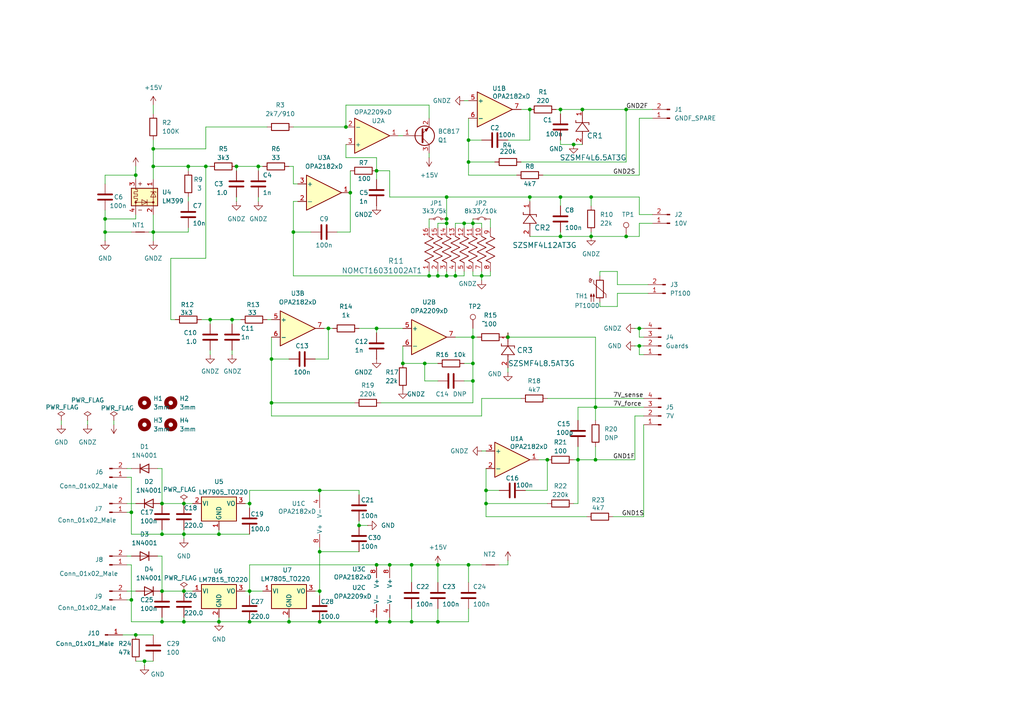
<source format=kicad_sch>
(kicad_sch (version 20250114) (generator "eeschema") (generator_version "9.0")
  (paper "A4")
  (title_block (title "Hobby 10/7Volts reference") (date "2024-02-22") (rev "0.1"))
  (junction (at 140.97 142.24))
  (junction (at 60.96 92.71))
  (junction (at 113.03 163.83))
  (junction (at 92.71 160.02))
  (junction (at 92.71 180.34))
  (junction (at 153.67 57.15))
  (junction (at 113.03 180.34))
  (junction (at 44.45 48.26))
  (junction (at 123.19 105.41))
  (junction (at 134.62 64.77))
  (junction (at 53.34 171.45))
  (junction (at 44.45 43.18))
  (junction (at 181.61 31.75))
  (junction (at 68.58 48.26))
  (junction (at 129.54 80.01))
  (junction (at 38.1 148.59))
  (junction (at 127 80.01))
  (junction (at 167.64 133.35))
  (junction (at 72.39 146.05))
  (junction (at 139.7 80.01))
  (junction (at 119.38 163.83))
  (junction (at 140.97 146.05))
  (junction (at 74.93 48.26))
  (junction (at 53.34 180.34))
  (junction (at 158.75 133.35))
  (junction (at 147.32 97.79))
  (junction (at 127 163.83))
  (junction (at 171.45 57.15))
  (junction (at 172.72 118.11))
  (junction (at 78.74 104.14))
  (junction (at 53.34 146.05))
  (junction (at 132.08 80.01))
  (junction (at 72.39 171.45))
  (junction (at 95.25 95.25))
  (junction (at 39.37 50.8))
  (junction (at 171.45 68.58))
  (junction (at 124.46 80.01))
  (junction (at 116.84 105.41))
  (junction (at 41.91 191.77))
  (junction (at 109.22 49.53))
  (junction (at 46.99 171.45))
  (junction (at 135.89 40.64))
  (junction (at 109.22 163.83))
  (junction (at 172.72 133.35))
  (junction (at 129.54 57.15))
  (junction (at 129.54 64.77))
  (junction (at 101.6 55.88))
  (junction (at 30.48 67.31))
  (junction (at 166.37 41.91))
  (junction (at 109.22 180.34))
  (junction (at 135.89 163.83))
  (junction (at 63.5 180.34))
  (junction (at 44.45 67.31))
  (junction (at 109.22 95.25))
  (junction (at 92.71 171.45))
  (junction (at 137.16 97.79))
  (junction (at 129.54 63.5))
  (junction (at 38.1 173.99))
  (junction (at 63.5 154.94))
  (junction (at 54.61 48.26))
  (junction (at 137.16 110.49))
  (junction (at 185.42 100.33))
  (junction (at 162.56 57.15))
  (junction (at 72.39 180.34))
  (junction (at 137.16 64.77))
  (junction (at 127 180.34))
  (junction (at 39.37 184.15))
  (junction (at 67.31 92.71))
  (junction (at 104.14 152.4))
  (junction (at 46.99 180.34))
  (junction (at 85.09 67.31))
  (junction (at 185.42 95.25))
  (junction (at 78.74 116.84))
  (junction (at 162.56 68.58))
  (junction (at 46.99 154.94))
  (junction (at 119.38 180.34))
  (junction (at 59.69 48.26))
  (junction (at 92.71 142.24))
  (junction (at 46.99 146.05))
  (junction (at 162.56 31.75))
  (junction (at 83.82 180.34))
  (junction (at 181.61 68.58))
  (junction (at 100.33 36.83))
  (junction (at 153.67 31.75))
  (junction (at 168.91 31.75))
  (junction (at 137.16 105.41))
  (junction (at 30.48 63.5))
  (junction (at 135.89 46.99))
  (junction (at 53.34 154.94))
  (wire (pts (xy 147.32 162.56) (xy 147.32 163.83)))
  (wire (pts (xy 85.09 48.26) (xy 85.09 53.34)))
  (wire (pts (xy 83.82 179.07) (xy 83.82 180.34)))
  (wire (pts (xy 53.34 179.07) (xy 53.34 180.34)))
  (wire (pts (xy 46.99 154.94) (xy 53.34 154.94)))
  (wire (pts (xy 127 180.34) (xy 135.89 180.34)))
  (wire (pts (xy 134.62 105.41) (xy 137.16 105.41)))
  (wire (pts (xy 63.5 179.07) (xy 63.5 180.34)))
  (wire (pts (xy 104.14 142.24) (xy 104.14 143.51)))
  (wire (pts (xy 72.39 163.83) (xy 109.22 163.83)))
  (wire (pts (xy 53.34 154.94) (xy 63.5 154.94)))
  (wire (pts (xy 38.1 138.43) (xy 38.1 148.59)))
  (wire (pts (xy 104.14 95.25) (xy 109.22 95.25)))
  (wire (pts (xy 140.97 146.05) (xy 140.97 149.86)))
  (wire (pts (xy 36.83 135.89) (xy 38.1 135.89)))
  (wire (pts (xy 167.64 118.11) (xy 172.72 118.11)))
  (wire (pts (xy 139.7 120.65) (xy 139.7 115.57)))
  (wire (pts (xy 101.6 49.53) (xy 101.6 55.88)))
  (wire (pts (xy 137.16 80.01) (xy 139.7 80.01)))
  (wire (pts (xy 92.71 158.75) (xy 92.71 160.02)))
  (wire (pts (xy 74.93 48.26) (xy 74.93 49.53)))
  (wire (pts (xy 124.46 30.48) (xy 100.33 30.48)))
  (wire (pts (xy 168.91 31.75) (xy 181.61 31.75)))
  (wire (pts (xy 140.97 135.89) (xy 140.97 142.24)))
  (wire (pts (xy 137.16 97.79) (xy 138.43 97.79)))
  (wire (pts (xy 78.74 116.84) (xy 78.74 120.65)))
  (wire (pts (xy 167.64 133.35) (xy 172.72 133.35)))
  (wire (pts (xy 95.25 95.25) (xy 96.52 95.25)))
  (wire (pts (xy 137.16 66.04) (xy 137.16 64.77)))
  (wire (pts (xy 135.89 40.64) (xy 135.89 46.99)))
  (wire (pts (xy 186.69 123.19) (xy 186.69 149.86)))
  (wire (pts (xy 39.37 48.26) (xy 39.37 50.8)))
  (wire (pts (xy 135.89 46.99) (xy 143.51 46.99)))
  (wire (pts (xy 181.61 31.75) (xy 189.23 31.75)))
  (wire (pts (xy 119.38 180.34) (xy 127 180.34)))
  (wire (pts (xy 167.64 133.35) (xy 166.37 133.35)))
  (wire (pts (xy 59.69 48.26) (xy 60.96 48.26)))
  (wire (pts (xy 44.45 43.18) (xy 44.45 48.26)))
  (wire (pts (xy 92.71 160.02) (xy 104.14 160.02)))
  (wire (pts (xy 36.83 138.43) (xy 38.1 138.43)))
  (wire (pts (xy 109.22 49.53) (xy 109.22 52.07)))
  (wire (pts (xy 68.58 48.26) (xy 68.58 49.53)))
  (wire (pts (xy 39.37 191.77) (xy 41.91 191.77)))
  (wire (pts (xy 129.54 78.74) (xy 129.54 80.01)))
  (wire (pts (xy 147.32 97.79) (xy 172.72 97.79)))
  (wire (pts (xy 135.89 34.29) (xy 135.89 40.64)))
  (wire (pts (xy 109.22 49.53) (xy 113.03 49.53)))
  (wire (pts (xy 129.54 64.77) (xy 129.54 66.04)))
  (wire (pts (xy 129.54 57.15) (xy 153.67 57.15)))
  (wire (pts (xy 68.58 48.26) (xy 74.93 48.26)))
  (wire (pts (xy 171.45 57.15) (xy 185.42 57.15)))
  (wire (pts (xy 124.46 44.45) (xy 124.46 45.72)))
  (wire (pts (xy 46.99 146.05) (xy 53.34 146.05)))
  (wire (pts (xy 124.46 34.29) (xy 124.46 30.48)))
  (wire (pts (xy 92.71 171.45) (xy 92.71 172.72)))
  (wire (pts (xy 132.08 97.79) (xy 137.16 97.79)))
  (wire (pts (xy 113.03 163.83) (xy 119.38 163.83)))
  (wire (pts (xy 67.31 92.71) (xy 67.31 93.98)))
  (wire (pts (xy 95.25 95.25) (xy 95.25 104.14)))
  (wire (pts (xy 184.15 95.25) (xy 185.42 95.25)))
  (wire (pts (xy 139.7 64.77) (xy 139.7 66.04)))
  (wire (pts (xy 173.99 80.01) (xy 173.99 78.74)))
  (wire (pts (xy 109.22 179.07) (xy 109.22 180.34)))
  (wire (pts (xy 41.91 191.77) (xy 44.45 191.77)))
  (wire (pts (xy 54.61 48.26) (xy 44.45 48.26)))
  (wire (pts (xy 161.29 31.75) (xy 162.56 31.75)))
  (wire (pts (xy 132.08 80.01) (xy 134.62 80.01)))
  (wire (pts (xy 39.37 62.23) (xy 39.37 63.5)))
  (wire (pts (xy 38.1 173.99) (xy 38.1 180.34)))
  (wire (pts (xy 134.62 64.77) (xy 134.62 66.04)))
  (wire (pts (xy 45.72 135.89) (xy 46.99 135.89)))
  (wire (pts (xy 85.09 53.34) (xy 86.36 53.34)))
  (wire (pts (xy 72.39 146.05) (xy 72.39 142.24)))
  (wire (pts (xy 86.36 58.42) (xy 85.09 58.42)))
  (wire (pts (xy 38.1 180.34) (xy 46.99 180.34)))
  (wire (pts (xy 53.34 146.05) (xy 55.88 146.05)))
  (wire (pts (xy 173.99 78.74) (xy 179.07 78.74)))
  (wire (pts (xy 184.15 120.65) (xy 186.69 120.65)))
  (wire (pts (xy 137.16 95.25) (xy 137.16 97.79)))
  (wire (pts (xy 139.7 130.81) (xy 140.97 130.81)))
  (wire (pts (xy 147.32 96.52) (xy 147.32 97.79)))
  (wire (pts (xy 127 163.83) (xy 135.89 163.83)))
  (wire (pts (xy 135.89 50.8) (xy 135.89 46.99)))
  (wire (pts (xy 109.22 163.83) (xy 113.03 163.83)))
  (wire (pts (xy 129.54 64.77) (xy 127 64.77)))
  (wire (pts (xy 134.62 110.49) (xy 137.16 110.49)))
  (wire (pts (xy 187.96 82.55) (xy 179.07 82.55)))
  (wire (pts (xy 104.14 152.4) (xy 106.68 152.4)))
  (wire (pts (xy 137.16 110.49) (xy 137.16 116.84)))
  (wire (pts (xy 153.67 57.15) (xy 162.56 57.15)))
  (wire (pts (xy 78.74 120.65) (xy 139.7 120.65)))
  (wire (pts (xy 167.64 129.54) (xy 167.64 133.35)))
  (wire (pts (xy 78.74 97.79) (xy 78.74 104.14)))
  (wire (pts (xy 53.34 171.45) (xy 55.88 171.45)))
  (wire (pts (xy 137.16 78.74) (xy 137.16 80.01)))
  (wire (pts (xy 92.71 160.02) (xy 92.71 171.45)))
  (wire (pts (xy 46.99 180.34) (xy 46.99 179.07)))
  (wire (pts (xy 59.69 36.83) (xy 59.69 43.18)))
  (wire (pts (xy 44.45 40.64) (xy 44.45 43.18)))
  (wire (pts (xy 172.72 118.11) (xy 186.69 118.11)))
  (wire (pts (xy 144.78 142.24) (xy 140.97 142.24)))
  (wire (pts (xy 172.72 133.35) (xy 184.15 133.35)))
  (wire (pts (xy 139.7 80.01) (xy 142.24 80.01)))
  (wire (pts (xy 71.12 146.05) (xy 72.39 146.05)))
  (wire (pts (xy 162.56 40.64) (xy 162.56 41.91)))
  (wire (pts (xy 185.42 68.58) (xy 181.61 68.58)))
  (wire (pts (xy 30.48 67.31) (xy 38.1 67.31)))
  (wire (pts (xy 168.91 41.91) (xy 166.37 41.91)))
  (wire (pts (xy 162.56 68.58) (xy 171.45 68.58)))
  (wire (pts (xy 46.99 135.89) (xy 46.99 146.05)))
  (wire (pts (xy 68.58 57.15) (xy 68.58 58.42)))
  (wire (pts (xy 85.09 58.42) (xy 85.09 67.31)))
  (wire (pts (xy 72.39 171.45) (xy 76.2 171.45)))
  (wire (pts (xy 92.71 143.51) (xy 92.71 142.24)))
  (wire (pts (xy 36.83 173.99) (xy 38.1 173.99)))
  (wire (pts (xy 49.53 74.93) (xy 59.69 74.93)))
  (wire (pts (xy 41.91 191.77) (xy 41.91 193.04)))
  (wire (pts (xy 109.22 95.25) (xy 116.84 95.25)))
  (wire (pts (xy 30.48 60.96) (xy 30.48 63.5)))
  (wire (pts (xy 67.31 92.71) (xy 69.85 92.71)))
  (wire (pts (xy 115.57 39.37) (xy 116.84 39.37)))
  (wire (pts (xy 167.64 133.35) (xy 167.64 146.05)))
  (wire (pts (xy 134.62 29.21) (xy 135.89 29.21)))
  (wire (pts (xy 185.42 57.15) (xy 185.42 62.23)))
  (wire (pts (xy 45.72 161.29) (xy 46.99 161.29)))
  (wire (pts (xy 77.47 36.83) (xy 59.69 36.83)))
  (wire (pts (xy 157.48 50.8) (xy 185.42 50.8)))
  (wire (pts (xy 53.34 153.67) (xy 53.34 154.94)))
  (wire (pts (xy 63.5 153.67) (xy 63.5 154.94)))
  (wire (pts (xy 38.1 154.94) (xy 46.99 154.94)))
  (wire (pts (xy 127 110.49) (xy 123.19 110.49)))
  (wire (pts (xy 162.56 31.75) (xy 168.91 31.75)))
  (wire (pts (xy 83.82 48.26) (xy 85.09 48.26)))
  (wire (pts (xy 39.37 52.07) (xy 39.37 50.8)))
  (wire (pts (xy 139.7 40.64) (xy 135.89 40.64)))
  (wire (pts (xy 162.56 67.31) (xy 162.56 68.58)))
  (wire (pts (xy 46.99 180.34) (xy 53.34 180.34)))
  (wire (pts (xy 60.96 92.71) (xy 67.31 92.71)))
  (wire (pts (xy 43.18 67.31) (xy 44.45 67.31)))
  (wire (pts (xy 59.69 74.93) (xy 59.69 48.26)))
  (wire (pts (xy 110.49 116.84) (xy 137.16 116.84)))
  (wire (pts (xy 167.64 121.92) (xy 167.64 118.11)))
  (wire (pts (xy 135.89 163.83) (xy 139.7 163.83)))
  (wire (pts (xy 104.14 151.13) (xy 104.14 152.4)))
  (wire (pts (xy 30.48 50.8) (xy 30.48 53.34)))
  (wire (pts (xy 101.6 67.31) (xy 101.6 55.88)))
  (wire (pts (xy 78.74 104.14) (xy 78.74 116.84)))
  (wire (pts (xy 39.37 50.8) (xy 30.48 50.8)))
  (wire (pts (xy 74.93 48.26) (xy 76.2 48.26)))
  (wire (pts (xy 139.7 78.74) (xy 139.7 80.01)))
  (wire (pts (xy 179.07 78.74) (xy 179.07 82.55)))
  (wire (pts (xy 185.42 64.77) (xy 189.23 64.77)))
  (wire (pts (xy 129.54 80.01) (xy 132.08 80.01)))
  (wire (pts (xy 137.16 97.79) (xy 137.16 105.41)))
  (wire (pts (xy 60.96 102.87) (xy 60.96 101.6)))
  (wire (pts (xy 36.83 161.29) (xy 38.1 161.29)))
  (wire (pts (xy 171.45 57.15) (xy 171.45 59.69)))
  (wire (pts (xy 158.75 115.57) (xy 186.69 115.57)))
  (wire (pts (xy 97.79 67.31) (xy 101.6 67.31)))
  (wire (pts (xy 44.45 67.31) (xy 44.45 69.85)))
  (wire (pts (xy 172.72 97.79) (xy 172.72 118.11)))
  (wire (pts (xy 44.45 48.26) (xy 44.45 52.07)))
  (wire (pts (xy 134.62 64.77) (xy 137.16 64.77)))
  (wire (pts (xy 72.39 171.45) (xy 72.39 163.83)))
  (wire (pts (xy 123.19 105.41) (xy 123.19 110.49)))
  (wire (pts (xy 184.15 100.33) (xy 185.42 100.33)))
  (wire (pts (xy 63.5 180.34) (xy 72.39 180.34)))
  (wire (pts (xy 139.7 115.57) (xy 151.13 115.57)))
  (wire (pts (xy 85.09 67.31) (xy 90.17 67.31)))
  (wire (pts (xy 17.78 121.92) (xy 17.78 123.19)))
  (wire (pts (xy 95.25 104.14) (xy 91.44 104.14)))
  (wire (pts (xy 153.67 68.58) (xy 162.56 68.58)))
  (wire (pts (xy 147.32 106.68) (xy 147.32 107.95)))
  (wire (pts (xy 92.71 142.24) (xy 104.14 142.24)))
  (wire (pts (xy 123.19 105.41) (xy 127 105.41)))
  (wire (pts (xy 36.83 171.45) (xy 39.37 171.45)))
  (wire (pts (xy 171.45 67.31) (xy 171.45 68.58)))
  (wire (pts (xy 179.07 88.9) (xy 179.07 85.09)))
  (wire (pts (xy 127 176.53) (xy 127 180.34)))
  (wire (pts (xy 147.32 40.64) (xy 153.67 40.64)))
  (wire (pts (xy 185.42 100.33) (xy 185.42 102.87)))
  (wire (pts (xy 77.47 92.71) (xy 78.74 92.71)))
  (wire (pts (xy 109.22 180.34) (xy 113.03 180.34)))
  (wire (pts (xy 119.38 176.53) (xy 119.38 180.34)))
  (wire (pts (xy 109.22 45.72) (xy 109.22 49.53)))
  (wire (pts (xy 124.46 63.5) (xy 124.46 66.04)))
  (wire (pts (xy 36.83 146.05) (xy 39.37 146.05)))
  (wire (pts (xy 85.09 36.83) (xy 100.33 36.83)))
  (wire (pts (xy 152.4 142.24) (xy 158.75 142.24)))
  (wire (pts (xy 132.08 64.77) (xy 134.62 64.77)))
  (wire (pts (xy 170.18 149.86) (xy 140.97 149.86)))
  (wire (pts (xy 35.56 184.15) (xy 39.37 184.15)))
  (wire (pts (xy 36.83 163.83) (xy 38.1 163.83)))
  (wire (pts (xy 63.5 154.94) (xy 72.39 154.94)))
  (wire (pts (xy 53.34 154.94) (xy 53.34 156.21)))
  (wire (pts (xy 72.39 180.34) (xy 83.82 180.34)))
  (wire (pts (xy 186.69 95.25) (xy 185.42 95.25)))
  (wire (pts (xy 129.54 57.15) (xy 129.54 63.5)))
  (wire (pts (xy 72.39 142.24) (xy 92.71 142.24)))
  (wire (pts (xy 113.03 57.15) (xy 129.54 57.15)))
  (wire (pts (xy 58.42 92.71) (xy 60.96 92.71)))
  (wire (pts (xy 67.31 101.6) (xy 67.31 102.87)))
  (wire (pts (xy 92.71 180.34) (xy 109.22 180.34)))
  (wire (pts (xy 158.75 146.05) (xy 140.97 146.05)))
  (wire (pts (xy 132.08 78.74) (xy 132.08 80.01)))
  (wire (pts (xy 137.16 64.77) (xy 139.7 64.77)))
  (wire (pts (xy 185.42 34.29) (xy 185.42 50.8)))
  (wire (pts (xy 172.72 129.54) (xy 172.72 133.35)))
  (wire (pts (xy 74.93 57.15) (xy 74.93 58.42)))
  (wire (pts (xy 93.98 95.25) (xy 95.25 95.25)))
  (wire (pts (xy 116.84 105.41) (xy 123.19 105.41)))
  (wire (pts (xy 38.1 163.83) (xy 38.1 173.99)))
  (wire (pts (xy 185.42 64.77) (xy 185.42 68.58)))
  (wire (pts (xy 135.89 176.53) (xy 135.89 180.34)))
  (wire (pts (xy 173.99 87.63) (xy 173.99 88.9)))
  (wire (pts (xy 49.53 92.71) (xy 50.8 92.71)))
  (wire (pts (xy 142.24 63.5) (xy 142.24 66.04)))
  (wire (pts (xy 162.56 57.15) (xy 171.45 57.15)))
  (wire (pts (xy 30.48 63.5) (xy 30.48 67.31)))
  (wire (pts (xy 39.37 184.15) (xy 44.45 184.15)))
  (wire (pts (xy 129.54 63.5) (xy 129.54 64.77)))
  (wire (pts (xy 92.71 171.45) (xy 91.44 171.45)))
  (wire (pts (xy 172.72 121.92) (xy 172.72 118.11)))
  (wire (pts (xy 167.64 146.05) (xy 166.37 146.05)))
  (wire (pts (xy 139.7 80.01) (xy 139.7 81.28)))
  (wire (pts (xy 162.56 57.15) (xy 162.56 59.69)))
  (wire (pts (xy 54.61 48.26) (xy 59.69 48.26)))
  (wire (pts (xy 144.78 163.83) (xy 147.32 163.83)))
  (wire (pts (xy 179.07 85.09) (xy 187.96 85.09)))
  (wire (pts (xy 158.75 142.24) (xy 158.75 133.35)))
  (wire (pts (xy 72.39 171.45) (xy 72.39 172.72)))
  (wire (pts (xy 135.89 163.83) (xy 135.89 168.91)))
  (wire (pts (xy 124.46 80.01) (xy 127 80.01)))
  (wire (pts (xy 83.82 180.34) (xy 92.71 180.34)))
  (wire (pts (xy 173.99 88.9) (xy 179.07 88.9)))
  (wire (pts (xy 162.56 31.75) (xy 162.56 33.02)))
  (wire (pts (xy 151.13 31.75) (xy 153.67 31.75)))
  (wire (pts (xy 85.09 67.31) (xy 85.09 80.01)))
  (wire (pts (xy 25.4 121.92) (xy 25.4 123.19)))
  (wire (pts (xy 54.61 67.31) (xy 54.61 66.04)))
  (wire (pts (xy 149.86 50.8) (xy 135.89 50.8)))
  (wire (pts (xy 181.61 68.58) (xy 171.45 68.58)))
  (wire (pts (xy 127 163.83) (xy 127 168.91)))
  (wire (pts (xy 72.39 146.05) (xy 72.39 147.32)))
  (wire (pts (xy 33.02 121.92) (xy 33.02 123.19)))
  (wire (pts (xy 109.22 95.25) (xy 109.22 96.52)))
  (wire (pts (xy 153.67 57.15) (xy 153.67 58.42)))
  (wire (pts (xy 127 163.83) (xy 119.38 163.83)))
  (wire (pts (xy 54.61 57.15) (xy 54.61 58.42)))
  (wire (pts (xy 127 80.01) (xy 129.54 80.01)))
  (wire (pts (xy 189.23 62.23) (xy 185.42 62.23)))
  (wire (pts (xy 153.67 40.64) (xy 153.67 31.75)))
  (wire (pts (xy 185.42 95.25) (xy 185.42 97.79)))
  (wire (pts (xy 185.42 34.29) (xy 189.23 34.29)))
  (wire (pts (xy 46.99 161.29) (xy 46.99 171.45)))
  (wire (pts (xy 60.96 92.71) (xy 60.96 93.98)))
  (wire (pts (xy 44.45 62.23) (xy 44.45 67.31)))
  (wire (pts (xy 59.69 43.18) (xy 44.45 43.18)))
  (wire (pts (xy 127 78.74) (xy 127 80.01)))
  (wire (pts (xy 85.09 80.01) (xy 124.46 80.01)))
  (wire (pts (xy 132.08 66.04) (xy 132.08 64.77)))
  (wire (pts (xy 113.03 180.34) (xy 119.38 180.34)))
  (wire (pts (xy 100.33 41.91) (xy 100.33 45.72)))
  (wire (pts (xy 78.74 104.14) (xy 83.82 104.14)))
  (wire (pts (xy 137.16 63.5) (xy 137.16 64.77)))
  (wire (pts (xy 54.61 48.26) (xy 54.61 49.53)))
  (wire (pts (xy 185.42 97.79) (xy 186.69 97.79)))
  (wire (pts (xy 127 66.04) (xy 127 64.77)))
  (wire (pts (xy 44.45 67.31) (xy 54.61 67.31)))
  (wire (pts (xy 134.62 78.74) (xy 134.62 80.01)))
  (wire (pts (xy 100.33 45.72) (xy 109.22 45.72)))
  (wire (pts (xy 38.1 148.59) (xy 38.1 154.94)))
  (wire (pts (xy 156.21 133.35) (xy 158.75 133.35)))
  (wire (pts (xy 137.16 105.41) (xy 137.16 110.49)))
  (wire (pts (xy 30.48 67.31) (xy 30.48 69.85)))
  (wire (pts (xy 181.61 31.75) (xy 181.61 46.99)))
  (wire (pts (xy 162.56 41.91) (xy 166.37 41.91)))
  (wire (pts (xy 71.12 171.45) (xy 72.39 171.45)))
  (wire (pts (xy 146.05 97.79) (xy 147.32 97.79)))
  (wire (pts (xy 100.33 30.48) (xy 100.33 36.83)))
  (wire (pts (xy 185.42 102.87) (xy 186.69 102.87)))
  (wire (pts (xy 186.69 149.86) (xy 177.8 149.86)))
  (wire (pts (xy 78.74 116.84) (xy 102.87 116.84)))
  (wire (pts (xy 46.99 154.94) (xy 46.99 153.67)))
  (wire (pts (xy 36.83 148.59) (xy 38.1 148.59)))
  (wire (pts (xy 184.15 133.35) (xy 184.15 120.65)))
  (wire (pts (xy 46.99 171.45) (xy 53.34 171.45)))
  (wire (pts (xy 49.53 92.71) (xy 49.53 74.93)))
  (wire (pts (xy 53.34 180.34) (xy 63.5 180.34)))
  (wire (pts (xy 116.84 100.33) (xy 116.84 105.41)))
  (wire (pts (xy 113.03 179.07) (xy 113.03 180.34)))
  (wire (pts (xy 119.38 163.83) (xy 119.38 168.91)))
  (wire (pts (xy 186.69 100.33) (xy 185.42 100.33)))
  (wire (pts (xy 142.24 78.74) (xy 142.24 80.01)))
  (wire (pts (xy 30.48 63.5) (xy 39.37 63.5)))
  (wire (pts (xy 151.13 46.99) (xy 181.61 46.99)))
  (wire (pts (xy 113.03 49.53) (xy 113.03 57.15)))
  (wire (pts (xy 140.97 146.05) (xy 140.97 142.24)))
  (wire (pts (xy 124.46 78.74) (xy 124.46 80.01)))
  (wire (pts (xy 44.45 30.48) (xy 44.45 33.02)))
  (label "7V_force" (at 177.8 118.11 0))
  (label "7V_sense" (at 177.8 115.57 0))
  (label "GND1S" (at 180.34 149.86 0))
  (label "GND2S" (at 177.8 50.8 0))
  (label "GND1F" (at 177.8 133.35 0))
  (label "GND2F" (at 181.61 31.75 0))
  (symbol (lib_id "Regulator_Linear:LM7905_TO220") (at 63.5 146.05 0) (mirror x) (unit 1)
    (property "Reference" "U5" (at 63.5 139.7 0))
    (property "Value" "LM7905_TO220" (at 64.77 142.748 0))
    (property "Footprint" "Package_TO_SOT_THT:TO-220-3_Vertical" (effects (hide yes)))
    (property "Datasheet" "https://www.onsemi.com/pub/Collateral/MC7900-D.PDF" (effects (hide yes)))
    (property "Description" "Negative 1A 35V Linear Regulator, Fixed Output 5V, TO-220" (effects (hide yes)))
  )
  (symbol (lib_id "Jumper:Jumper_2_Small_Bridged") (at 139.7 63.5 0) (unit 1)
    (property "Reference" "JP2" (at 139.446 58.928 0))
    (property "Value" "8k33/10k" (at 139.446 61.214 0))
    (property "Footprint" "Jumper:SolderJumper-2_P1.3mm_Bridged2Bar_RoundedPad1.0x1.5mm" (effects (hide yes)))
    (property "Description" "Jumper, 2-pole, small symbol, bridged" (effects (hide yes)))
  )
  (symbol (lib_id "Connector:Conn_01x02_Male") (at 31.75 173.99 0) (mirror x) (unit 1)
    (property "Reference" "J9" (at 29.718 172.974 0) (effects (justify right)))
    (property "Value" "Conn_01x02_Male" (at 33.782 176.276 0) (effects (justify right)))
    (property "Footprint" "Connector_PinHeader_2.54mm:PinHeader_1x02_P2.54mm_Horizontal" (effects (hide yes)))
  )
  (symbol (lib_id "Diode:1N4001") (at 43.18 146.05 0) (unit 1)
    (property "Reference" "D2" (at 43.18 139.7 0))
    (property "Value" "1N4001" (at 43.18 142.24 0))
    (property "Footprint" "Diode_THT:D_DO-41_SOD81_P10.16mm_Horizontal" (effects (hide yes)))
    (property "Datasheet" "http://www.vishay.com/docs/88503/1n4001.pdf" (effects (hide yes)))
    (property "Description" "50V 1A General Purpose Rectifier Diode, DO-41" (effects (hide yes)))
    (property "Sim.Device" "D" (effects (hide yes)))
    (property "Sim.Pins" "1=K 2=A" (effects (hide yes)))
  )
  (symbol (lib_id "power:GND2") (at 134.62 29.21 270) (unit 1)
    (property "Reference" "#PWR01" (effects (hide yes)))
    (property "Value" "GNDZ" (at 130.81 29.2099 90) (effects (justify right)))
    (property "Description" "Power symbol creates a global label with name \"GND2\" , ground" (effects (hide yes)))
  )
  (symbol (lib_id "NOMC:NOMCT16031002AT1") (at 124.46 78.74 90) (unit 1)
    (property "Reference" "R11" (at 112.522 75.692 90) (effects (font (size 1.524 1.524)) (justify right)))
    (property "Value" "NOMCT16031002AT1" (at 99.06 78.486 90) (effects (font (size 1.524 1.524)) (justify right)))
    (property "Footprint" "Package_SO:SOIC-16_3.9x9.9mm_P1.27mm" (effects (hide yes)))
    (property "Datasheet" "NOMCT16031002AT1" (effects (hide yes)))
  )
  (symbol (lib_id "Device:R") (at 157.48 31.75 90) (unit 1)
    (property "Reference" "R1" (at 157.48 26.67 90))
    (property "Value" "220" (at 157.48 29.21 90))
    (property "Footprint" "Resistor_SMD:R_0805_2012Metric_Pad1.20x1.40mm_HandSolder" (effects (hide yes)))
    (property "Description" "Resistor" (effects (hide yes)))
  )
  (symbol (lib_id "power:GND") (at 17.78 123.19 0) (unit 1)
    (property "Reference" "#PWR024" (effects (hide yes)))
    (property "Value" "GND" (at 17.78 128.27 0))
    (property "Description" "Power symbol creates a global label with name \"GND\" , ground" (effects (hide yes)))
  )
  (symbol (lib_id "Amplifier_Operational:OPA2196xD") (at 92.71 151.13 180) (unit 3)
    (property "Reference" "U1" (at 88.646 146.05 0) (effects (justify left)))
    (property "Value" "OPA2182xD" (at 91.694 148.336 0) (effects (justify left)))
    (property "Footprint" "Package_SO:SOIC-8_3.9x4.9mm_P1.27mm" (effects (hide yes)))
    (property "Datasheet" "http://www.ti.com/lit/ds/symlink/opa4196.pdf" (effects (hide yes)))
    (property "Description" "Dual, Low-Power, Low Offset Voltage, Rail-to-Rail Operational Amplifier, SOIC-8" (effects (hide yes)))
  )
  (symbol (lib_id "power:+15V") (at 127 163.83 0) (unit 1)
    (property "Reference" "#PWR021" (effects (hide yes)))
    (property "Value" "+15V" (at 127 158.75 0))
    (property "Description" "Power symbol creates a global label with name \"+15V\"" (effects (hide yes)))
  )
  (symbol (lib_id "Amplifier_Operational:OPA2196xD") (at 107.95 39.37 0) (mirror x) (unit 1)
    (property "Reference" "U2" (at 109.728 35.052 0))
    (property "Value" "OPA2209xD" (at 108.204 32.512 0))
    (property "Footprint" "Package_SO:SOIC-8_3.9x4.9mm_P1.27mm" (effects (hide yes)))
    (property "Datasheet" "http://www.ti.com/lit/ds/symlink/opa4196.pdf" (effects (hide yes)))
    (property "Description" "Dual, Low-Power, Low Offset Voltage, Rail-to-Rail Operational Amplifier, SOIC-8" (effects (hide yes)))
  )
  (symbol (lib_id "Device:C") (at 72.39 151.13 0) (unit 1)
    (property "Reference" "C19" (at 72.644 149.098 0) (effects (justify left)))
    (property "Value" "100.0" (at 72.644 153.416 0) (effects (justify left)))
    (property "Footprint" "Capacitor_Tantalum_SMD:CP_EIA-3528-12_Kemet-T_HandSolder" (effects (hide yes)))
    (property "Description" "Unpolarized capacitor" (effects (hide yes)))
  )
  (symbol (lib_id "power:PWR_FLAG") (at 33.02 121.92 0) (unit 1)
    (property "Reference" "#FLG05" (effects (hide yes)))
    (property "Value" "PWR_FLAG" (at 34.036 118.364 0))
    (property "Description" "Special symbol for telling ERC where power comes from" (effects (hide yes)))
  )
  (symbol (lib_id "Connector:Conn_01x04_Pin") (at 191.77 100.33 180) (unit 1)
    (property "Reference" "J4" (at 193.04 97.7899 0) (effects (justify right)))
    (property "Value" "Guards" (at 193.04 100.3299 0) (effects (justify right)))
    (property "Footprint" "Connector_PinHeader_2.54mm:PinHeader_2x02_P2.54mm_Vertical" (effects (hide yes)))
    (property "Description" "Generic connector, single row, 01x04, script generated" (effects (hide yes)))
  )
  (symbol (lib_id "Device:R") (at 172.72 125.73 0) (unit 1)
    (property "Reference" "R20" (at 175.26 124.4599 0) (effects (justify left)))
    (property "Value" "DNP" (at 175.26 126.9999 0) (effects (justify left)))
    (property "Footprint" "Resistor_SMD:R_0805_2012Metric_Pad1.20x1.40mm_HandSolder" (effects (hide yes)))
    (property "Description" "Resistor" (effects (hide yes)))
  )
  (symbol (lib_id "power:PWR_FLAG") (at 25.4 121.92 0) (unit 1)
    (property "Reference" "#FLG02" (effects (hide yes)))
    (property "Value" "PWR_FLAG" (at 25.4 116.078 0))
    (property "Description" "Special symbol for telling ERC where power comes from" (effects (hide yes)))
  )
  (symbol (lib_id "Device:NetTie_2") (at 142.24 163.83 0) (unit 1) (in_bom no)
    (property "Reference" "NT2" (at 141.986 160.782 0))
    (property "Value" "NetTie_2" (effects (hide yes)))
    (property "Footprint" "NetTie:NetTie-2_SMD_Pad2.0mm" (effects (hide yes)))
    (property "Description" "Net tie, 2 pins" (effects (hide yes)))
  )
  (symbol (lib_id "Device:R") (at 73.66 92.71 90) (unit 1)
    (property "Reference" "R13" (at 73.406 88.392 90))
    (property "Value" "33" (at 73.152 90.678 90))
    (property "Footprint" "Resistor_SMD:R_0805_2012Metric_Pad1.20x1.40mm_HandSolder" (effects (hide yes)))
    (property "Description" "Resistor" (effects (hide yes)))
  )
  (symbol (lib_id "Device:C") (at 109.22 100.33 0) (unit 1)
    (property "Reference" "C12" (at 102.87 99.06 0) (effects (justify left)))
    (property "Value" "1n" (at 102.87 101.6 0) (effects (justify left)))
    (property "Footprint" "Capacitor_SMD:C_0805_2012Metric_Pad1.18x1.45mm_HandSolder" (effects (hide yes)))
    (property "Description" "Unpolarized capacitor" (effects (hide yes)))
  )
  (symbol (lib_id "Diode:1N4001") (at 41.91 161.29 180) (unit 1)
    (property "Reference" "D3" (at 41.91 154.94 0))
    (property "Value" "1N4001" (at 41.91 157.48 0))
    (property "Footprint" "Diode_THT:D_DO-41_SOD81_P10.16mm_Horizontal" (effects (hide yes)))
    (property "Datasheet" "http://www.vishay.com/docs/88503/1n4001.pdf" (effects (hide yes)))
    (property "Description" "50V 1A General Purpose Rectifier Diode, DO-41" (effects (hide yes)))
    (property "Sim.Device" "D" (effects (hide yes)))
    (property "Sim.Pins" "1=K 2=A" (effects (hide yes)))
  )
  (symbol (lib_id "Device:R") (at 54.61 53.34 0) (unit 1)
    (property "Reference" "R9" (at 56.134 52.07 0) (effects (justify left)))
    (property "Value" "3" (at 57.15 54.6099 0) (effects (justify left)))
    (property "Footprint" "Resistor_SMD:R_0805_2012Metric_Pad1.20x1.40mm_HandSolder" (effects (hide yes)))
    (property "Description" "Resistor" (effects (hide yes)))
  )
  (symbol (lib_id "Device:R") (at 116.84 109.22 0) (unit 1)
    (property "Reference" "R17" (at 111.76 107.95 0) (effects (justify left)))
    (property "Value" "22k" (at 111.76 110.49 0) (effects (justify left)))
    (property "Footprint" "Resistor_SMD:R_0805_2012Metric_Pad1.20x1.40mm_HandSolder" (effects (hide yes)))
    (property "Description" "Resistor" (effects (hide yes)))
  )
  (symbol (lib_id "Connector:Conn_01x02_Male") (at 31.75 148.59 0) (mirror x) (unit 1)
    (property "Reference" "J7" (at 29.718 147.574 0) (effects (justify right)))
    (property "Value" "Conn_01x02_Male" (at 33.782 150.876 0) (effects (justify right)))
    (property "Footprint" "Connector_PinHeader_2.54mm:PinHeader_1x02_P2.54mm_Horizontal" (effects (hide yes)))
  )
  (symbol (lib_id "power:+24V") (at 147.32 162.56 0) (unit 1)
    (property "Reference" "#PWR022" (effects (hide yes)))
    (property "Value" "+24V" (effects (hide yes)))
    (property "Description" "Power symbol creates a global label with name \"+24V\"" (effects (hide yes)))
  )
  (symbol (lib_id "Connector:Conn_01x02_Male") (at 194.31 34.29 180) (unit 1)
    (property "Reference" "J1" (at 195.58 31.7499 0) (effects (justify right)))
    (property "Value" "GNDF_SPARE" (at 195.58 34.2899 0) (effects (justify right)))
    (property "Footprint" "Connector_PinHeader_2.54mm:PinHeader_1x02_P2.54mm_Vertical" (effects (hide yes)))
  )
  (symbol (lib_id "Device:R") (at 154.94 115.57 90) (unit 1)
    (property "Reference" "R18" (at 154.94 110.49 90))
    (property "Value" "4k7" (at 154.94 113.03 90))
    (property "Footprint" "Resistor_SMD:R_0805_2012Metric_Pad1.20x1.40mm_HandSolder" (effects (hide yes)))
    (property "Description" "Resistor" (effects (hide yes)))
  )
  (symbol (lib_id "power:GND") (at 53.34 156.21 0) (unit 1)
    (property "Reference" "#PWR020" (effects (hide yes)))
    (property "Value" "GND" (at 53.34 161.29 0))
    (property "Description" "Power symbol creates a global label with name \"GND\" , ground" (effects (hide yes)))
  )
  (symbol (lib_id "Diode:1N4001") (at 43.18 171.45 180) (unit 1)
    (property "Reference" "D4" (at 43.18 165.1 0))
    (property "Value" "1N4001" (at 43.18 167.64 0))
    (property "Footprint" "Diode_THT:D_DO-41_SOD81_P10.16mm_Horizontal" (effects (hide yes)))
    (property "Datasheet" "http://www.vishay.com/docs/88503/1n4001.pdf" (effects (hide yes)))
    (property "Description" "50V 1A General Purpose Rectifier Diode, DO-41" (effects (hide yes)))
    (property "Sim.Device" "D" (effects (hide yes)))
    (property "Sim.Pins" "1=K 2=A" (effects (hide yes)))
  )
  (symbol (lib_id "Device:R") (at 64.77 48.26 90) (unit 1)
    (property "Reference" "R5" (at 64.77 43.18 90))
    (property "Value" "3k3" (at 64.77 45.72 90))
    (property "Footprint" "Resistor_SMD:R_0805_2012Metric_Pad1.20x1.40mm_HandSolder" (effects (hide yes)))
    (property "Description" "Resistor" (effects (hide yes)))
  )
  (symbol (lib_id "Mechanical:MountingHole") (at 49.53 123.19 0) (unit 1) (in_bom no)
    (property "Reference" "H4" (at 52.07 121.9199 0) (effects (justify left)))
    (property "Value" "3mm" (at 52.07 124.4599 0) (effects (justify left)))
    (property "Footprint" "MountingHole:MountingHole_3.2mm_M3" (effects (hide yes)))
    (property "Description" "Mounting Hole without connection" (effects (hide yes)))
  )
  (symbol (lib_id "Device:NetTie_2") (at 40.64 67.31 0) (unit 1) (in_bom no)
    (property "Reference" "NT1" (at 40.132 65.278 0))
    (property "Value" "NetTie_2" (effects (hide yes)))
    (property "Footprint" "NetTie:NetTie-2_SMD_Pad2.0mm" (effects (hide yes)))
    (property "Description" "Net tie, 2 pins" (effects (hide yes)))
  )
  (symbol (lib_id "power:GND2") (at 171.45 68.58 0) (unit 1)
    (property "Reference" "#PWR08" (effects (hide yes)))
    (property "Value" "GNDZ" (at 171.45 73.66 0))
    (property "Description" "Power symbol creates a global label with name \"GND2\" , ground" (effects (hide yes)))
  )
  (symbol (lib_id "Regulator_Linear:LM7815_TO220") (at 63.5 171.45 0) (unit 1)
    (property "Reference" "U6" (at 63.246 165.608 0))
    (property "Value" "LM7815_TO220" (at 64.77 168.148 0))
    (property "Footprint" "Package_TO_SOT_THT:TO-220-3_Vertical" (effects (hide yes)))
    (property "Datasheet" "https://www.onsemi.cn/PowerSolutions/document/MC7800-D.PDF" (effects (hide yes)))
    (property "Description" "Positive 1A 35V Linear Regulator, Fixed Output 15V, TO-220" (effects (hide yes)))
  )
  (symbol (lib_id "Device:C") (at 162.56 63.5 0) (unit 1)
    (property "Reference" "C8" (at 163.83 60.96 0) (effects (justify left)))
    (property "Value" "100n" (at 163.83 66.04 0) (effects (justify left)))
    (property "Footprint" "Capacitor_SMD:C_1206_3216Metric_Pad1.33x1.80mm_HandSolder" (effects (hide yes)))
    (property "Description" "Unpolarized capacitor" (effects (hide yes)))
  )
  (symbol (lib_id "Amplifier_Operational:OPA2196xD") (at 124.46 97.79 0) (unit 2)
    (property "Reference" "U2" (at 124.46 87.63 0))
    (property "Value" "OPA2209xD" (at 124.46 90.17 0))
    (property "Footprint" "Package_SO:SOIC-8_3.9x4.9mm_P1.27mm" (effects (hide yes)))
    (property "Datasheet" "http://www.ti.com/lit/ds/symlink/opa4196.pdf" (effects (hide yes)))
    (property "Description" "Dual, Low-Power, Low Offset Voltage, Rail-to-Rail Operational Amplifier, SOIC-8" (effects (hide yes)))
  )
  (symbol (lib_id "Device:C") (at 162.56 36.83 0) (mirror y) (unit 1)
    (property "Reference" "C1" (at 157.48 34.798 0) (effects (justify right)))
    (property "Value" "100n" (at 158.242 38.862 0) (effects (justify right)))
    (property "Footprint" "Capacitor_SMD:C_1206_3216Metric_Pad1.33x1.80mm_HandSolder" (effects (hide yes)))
    (property "Description" "Unpolarized capacitor" (effects (hide yes)))
  )
  (symbol (lib_id "power:GND2") (at 109.22 104.14 0) (unit 1)
    (property "Reference" "#PWR016" (effects (hide yes)))
    (property "Value" "GNDZ" (at 105.41 107.95 0))
    (property "Description" "Power symbol creates a global label with name \"GND2\" , ground" (effects (hide yes)))
  )
  (symbol (lib_id "Device:R") (at 39.37 187.96 0) (mirror y) (unit 1)
    (property "Reference" "R24" (at 34.29 186.69 0) (effects (justify right)))
    (property "Value" "47k" (at 34.29 189.23 0) (effects (justify right)))
    (property "Footprint" "Resistor_SMD:R_1206_3216Metric_Pad1.30x1.75mm_HandSolder" (effects (hide yes)))
    (property "Description" "Resistor" (effects (hide yes)))
  )
  (symbol (lib_id "Device:R") (at 162.56 146.05 90) (unit 1)
    (property "Reference" "R22" (at 162.56 140.97 90))
    (property "Value" "220k" (at 162.56 143.51 90))
    (property "Footprint" "Resistor_SMD:R_0805_2012Metric_Pad1.20x1.40mm_HandSolder" (effects (hide yes)))
    (property "Description" "Resistor" (effects (hide yes)))
  )
  (symbol (lib_id "Device:C") (at 127 172.72 0) (unit 1)
    (property "Reference" "C23" (at 128.27 170.18 0) (effects (justify left)))
    (property "Value" "100n" (at 128.27 175.26 0) (effects (justify left)))
    (property "Footprint" "Capacitor_SMD:C_0805_2012Metric_Pad1.18x1.45mm_HandSolder" (effects (hide yes)))
    (property "Description" "Unpolarized capacitor" (effects (hide yes)))
  )
  (symbol (lib_id "Amplifier_Operational:OPA2196xD") (at 93.98 55.88 0) (unit 1)
    (property "Reference" "U3" (at 93.98 45.72 0))
    (property "Value" "OPA2182xD" (at 93.98 48.26 0))
    (property "Footprint" "Package_SO:SOIC-8_3.9x4.9mm_P1.27mm" (effects (hide yes)))
    (property "Datasheet" "http://www.ti.com/lit/ds/symlink/opa4196.pdf" (effects (hide yes)))
    (property "Description" "Dual, Low-Power, Low Offset Voltage, Rail-to-Rail Operational Amplifier, SOIC-8" (effects (hide yes)))
  )
  (symbol (lib_id "Device:C") (at 135.89 172.72 0) (unit 1)
    (property "Reference" "C24" (at 137.16 170.18 0) (effects (justify left)))
    (property "Value" "100n" (at 137.16 175.26 0) (effects (justify left)))
    (property "Footprint" "Capacitor_SMD:C_0805_2012Metric_Pad1.18x1.45mm_HandSolder" (effects (hide yes)))
    (property "Description" "Unpolarized capacitor" (effects (hide yes)))
  )
  (symbol (lib_id "TVS:TPSMF4L5.0A") (at 147.32 106.68 90) (unit 1)
    (property "Reference" "CR3" (at 149.86 101.6 90) (effects (font (size 1.524 1.524)) (justify right)))
    (property "Value" "SZSMF4L8.5AT3G" (at 147.32 105.41 90) (effects (font (size 1.524 1.524)) (justify right)))
    (property "Footprint" "TVS:ZDO_TPSMF4L5.0A_LTF-L" (effects (hide yes)))
    (property "Datasheet" "TPSMF4L5.0A" (effects (hide yes)))
  )
  (symbol (lib_id "power:GND2") (at 25.4 123.19 0) (unit 1)
    (property "Reference" "#PWR026" (effects (hide yes)))
    (property "Value" "GNDZ" (at 25.4 128.27 0))
    (property "Description" "Power symbol creates a global label with name \"GND2\" , ground" (effects (hide yes)))
  )
  (symbol (lib_id "Device:C") (at 92.71 176.53 0) (unit 1)
    (property "Reference" "C28" (at 92.964 174.498 0) (effects (justify left)))
    (property "Value" "100.0" (at 92.964 178.816 0) (effects (justify left)))
    (property "Footprint" "Capacitor_Tantalum_SMD:CP_EIA-3528-12_Kemet-T_HandSolder" (effects (hide yes)))
    (property "Description" "Unpolarized capacitor" (effects (hide yes)))
  )
  (symbol (lib_id "Device:C") (at 46.99 149.86 0) (unit 1)
    (property "Reference" "C17" (at 40.64 148.59 0) (effects (justify left)))
    (property "Value" "100n" (at 40.64 151.13 0) (effects (justify left)))
    (property "Footprint" "Capacitor_SMD:C_1206_3216Metric_Pad1.33x1.80mm_HandSolder" (effects (hide yes)))
    (property "Description" "Unpolarized capacitor" (effects (hide yes)))
  )
  (symbol (lib_id "power:GND2") (at 60.96 102.87 0) (unit 1)
    (property "Reference" "#PWR014" (effects (hide yes)))
    (property "Value" "GNDZ" (at 60.96 107.696 0))
    (property "Description" "Power symbol creates a global label with name \"GND2\" , ground" (effects (hide yes)))
  )
  (symbol (lib_id "Regulator_Linear:LM7815_TO220") (at 83.82 171.45 0) (unit 1)
    (property "Reference" "U7" (at 83.312 165.354 0))
    (property "Value" "LM7805_TO220" (at 82.804 167.894 0))
    (property "Footprint" "Package_TO_SOT_THT:TO-220-3_Vertical" (effects (hide yes)))
    (property "Datasheet" "https://www.onsemi.cn/PowerSolutions/document/MC7800-D.PDF" (effects (hide yes)))
    (property "Description" "Positive 1A 35V Linear Regulator, Fixed Output 15V, TO-220" (effects (hide yes)))
  )
  (symbol (lib_id "Connector:Conn_01x02_Male") (at 193.04 85.09 180) (unit 1)
    (property "Reference" "J3" (at 194.31 82.5499 0) (effects (justify right)))
    (property "Value" "PT100" (at 194.31 85.0899 0) (effects (justify right)))
    (property "Footprint" "Connector_PinHeader_2.54mm:PinHeader_1x02_P2.54mm_Vertical" (effects (hide yes)))
  )
  (symbol (lib_id "Device:R") (at 162.56 133.35 90) (unit 1)
    (property "Reference" "R21" (at 162.56 128.27 90))
    (property "Value" "100" (at 162.56 130.81 90))
    (property "Footprint" "Resistor_SMD:R_0805_2012Metric_Pad1.20x1.40mm_HandSolder" (effects (hide yes)))
    (property "Description" "Resistor" (effects (hide yes)))
  )
  (symbol (lib_id "Connector:Conn_01x02_Male") (at 31.75 163.83 0) (mirror x) (unit 1)
    (property "Reference" "J8" (at 29.972 162.306 0) (effects (justify right)))
    (property "Value" "Conn_01x02_Male" (at 34.29 166.37 0) (effects (justify right)))
    (property "Footprint" "Connector_PinHeader_2.54mm:PinHeader_1x02_P2.54mm_Horizontal" (effects (hide yes)))
  )
  (symbol (lib_id "power:GND") (at 63.5 180.34 0) (unit 1)
    (property "Reference" "#PWR023" (effects (hide yes)))
    (property "Value" "GND" (at 63.5 185.42 0))
    (property "Description" "Power symbol creates a global label with name \"GND\" , ground" (effects (hide yes)))
  )
  (symbol (lib_id "power:GND2") (at 68.58 58.42 0) (unit 1)
    (property "Reference" "#PWR05" (effects (hide yes)))
    (property "Value" "GNDZ" (at 68.58 63.5 0))
    (property "Description" "Power symbol creates a global label with name \"GND2\" , ground" (effects (hide yes)))
  )
  (symbol (lib_id "Device:R") (at 153.67 50.8 90) (unit 1)
    (property "Reference" "R8" (at 153.67 48.26 90))
    (property "Value" "4k7" (at 153.67 53.34 90))
    (property "Footprint" "Resistor_SMD:R_0805_2012Metric_Pad1.20x1.40mm_HandSolder" (effects (hide yes)))
    (property "Description" "Resistor" (effects (hide yes)))
  )
  (symbol (lib_id "Connector:Conn_01x02_Male") (at 31.75 138.43 0) (mirror x) (unit 1)
    (property "Reference" "J6" (at 29.972 136.906 0) (effects (justify right)))
    (property "Value" "Conn_01x02_Male" (at 34.29 140.97 0) (effects (justify right)))
    (property "Footprint" "Connector_PinHeader_2.54mm:PinHeader_1x02_P2.54mm_Horizontal" (effects (hide yes)))
  )
  (symbol (lib_id "Device:C") (at 30.48 57.15 0) (unit 1)
    (property "Reference" "C6" (at 33.02 57.15 0) (effects (justify left)))
    (property "Value" "100n" (at 31.75 59.69 0) (effects (justify left)))
    (property "Footprint" "Capacitor_SMD:C_1206_3216Metric_Pad1.33x1.80mm_HandSolder" (effects (hide yes)))
    (property "Description" "Unpolarized capacitor" (effects (hide yes)))
  )
  (symbol (lib_id "Diode:1N4001") (at 41.91 135.89 0) (unit 1)
    (property "Reference" "D1" (at 41.91 129.54 0))
    (property "Value" "1N4001" (at 41.91 132.08 0))
    (property "Footprint" "Diode_THT:D_DO-41_SOD81_P10.16mm_Horizontal" (effects (hide yes)))
    (property "Datasheet" "http://www.vishay.com/docs/88503/1n4001.pdf" (effects (hide yes)))
    (property "Description" "50V 1A General Purpose Rectifier Diode, DO-41" (effects (hide yes)))
    (property "Sim.Device" "D" (effects (hide yes)))
    (property "Sim.Pins" "1=K 2=A" (effects (hide yes)))
  )
  (symbol (lib_id "power:GND2") (at 166.37 41.91 0) (unit 1)
    (property "Reference" "#PWR03" (effects (hide yes)))
    (property "Value" "GND" (at 161.29 43.18 0))
    (property "Description" "Power symbol creates a global label with name \"GND2\" , ground" (effects (hide yes)))
  )
  (symbol (lib_id "Device:R") (at 81.28 36.83 90) (unit 1)
    (property "Reference" "R3" (at 81.28 30.48 90))
    (property "Value" "2k7/910" (at 81.28 33.02 90))
    (property "Footprint" "Resistor_SMD:R_1206_3216Metric_Pad1.30x1.75mm_HandSolder" (effects (hide yes)))
    (property "Description" "Resistor" (effects (hide yes)))
  )
  (symbol (lib_id "Device:R") (at 44.45 36.83 0) (unit 1)
    (property "Reference" "R2" (at 46.99 35.5599 0) (effects (justify left)))
    (property "Value" "100K" (at 46.99 38.0999 0) (effects (justify left)))
    (property "Footprint" "Resistor_SMD:R_0805_2012Metric_Pad1.20x1.40mm_HandSolder" (effects (hide yes)))
    (property "Description" "Resistor" (effects (hide yes)))
  )
  (symbol (lib_id "power:GND2") (at 74.93 58.42 0) (unit 1)
    (property "Reference" "#PWR06" (effects (hide yes)))
    (property "Value" "GNDZ" (at 74.93 63.5 0))
    (property "Description" "Power symbol creates a global label with name \"GND2\" , ground" (effects (hide yes)))
  )
  (symbol (lib_id "Device:C") (at 130.81 110.49 90) (unit 1)
    (property "Reference" "C14" (at 128.27 114.3 90))
    (property "Value" "DNP" (at 133.35 114.3 90))
    (property "Footprint" "Capacitor_SMD:C_0805_2012Metric_Pad1.18x1.45mm_HandSolder" (effects (hide yes)))
    (property "Description" "Unpolarized capacitor" (effects (hide yes)))
  )
  (symbol (lib_id "power:GND2") (at 41.91 193.04 0) (unit 1)
    (property "Reference" "#PWR025" (effects (hide yes)))
    (property "Value" "GND" (at 45.72 195.58 0))
    (property "Description" "Power symbol creates a global label with name \"GND2\" , ground" (effects (hide yes)))
  )
  (symbol (lib_id "power:GND2") (at 139.7 130.81 270) (unit 1)
    (property "Reference" "#PWR019" (effects (hide yes)))
    (property "Value" "GNDZ" (at 135.89 130.8099 90) (effects (justify right)))
    (property "Description" "Power symbol creates a global label with name \"GND2\" , ground" (effects (hide yes)))
  )
  (symbol (lib_id "Transistor_BJT:BC817") (at 121.92 39.37 0) (mirror x) (unit 1)
    (property "Reference" "Q1" (at 127 40.6401 0) (effects (justify left)))
    (property "Value" "BC817" (at 127 38.1001 0) (effects (justify left)))
    (property "Footprint" "Package_TO_SOT_SMD:SOT-23" (effects (hide yes)))
    (property "Datasheet" "https://www.onsemi.com/pub/Collateral/BC818-D.pdf" (effects (hide yes)))
    (property "Description" "0.8A Ic, 45V Vce, NPN Transistor, SOT-23" (effects (hide yes)))
  )
  (symbol (lib_id "Device:C") (at 67.31 97.79 0) (unit 1)
    (property "Reference" "C11" (at 69.85 95.25 0) (effects (justify left)))
    (property "Value" "1n" (at 69.85 97.79 0) (effects (justify left)))
    (property "Footprint" "Capacitor_SMD:C_0805_2012Metric_Pad1.18x1.45mm_HandSolder" (effects (hide yes)))
    (property "Description" "Unpolarized capacitor" (effects (hide yes)))
  )
  (symbol (lib_id "Device:C") (at 93.98 67.31 270) (unit 1)
    (property "Reference" "C9" (at 93.98 63.5 90))
    (property "Value" "100n" (at 93.98 71.12 90))
    (property "Footprint" "Capacitor_SMD:C_1206_3216Metric_Pad1.33x1.80mm_HandSolder" (effects (hide yes)))
    (property "Description" "Unpolarized capacitor" (effects (hide yes)))
  )
  (symbol (lib_id "Device:R") (at 100.33 95.25 90) (unit 1)
    (property "Reference" "R14" (at 100.33 88.9 90))
    (property "Value" "1k" (at 100.33 91.44 90))
    (property "Footprint" "Resistor_SMD:R_0805_2012Metric_Pad1.20x1.40mm_HandSolder" (effects (hide yes)))
    (property "Description" "Resistor" (effects (hide yes)))
  )
  (symbol (lib_id "Device:R") (at 106.68 116.84 90) (unit 1)
    (property "Reference" "R19" (at 106.68 111.76 90))
    (property "Value" "220k" (at 106.68 114.3 90))
    (property "Footprint" "Resistor_SMD:R_0805_2012Metric_Pad1.20x1.40mm_HandSolder" (effects (hide yes)))
    (property "Description" "Resistor" (effects (hide yes)))
  )
  (symbol (lib_id "Connector:TestPoint") (at 181.61 68.58 0) (unit 1)
    (property "Reference" "TP1" (at 180.34 62.23 0) (effects (justify left)))
    (property "Value" "GNDZ" (effects (hide yes)))
    (property "Footprint" "TestPoint:TestPoint_Pad_1.5x1.5mm" (effects (hide yes)))
    (property "Description" "test point" (effects (hide yes)))
  )
  (symbol (lib_id "Jumper:Jumper_2_Small_Bridged") (at 127 63.5 0) (unit 1)
    (property "Reference" "JP1" (at 126.492 58.928 0))
    (property "Value" "3k3/5k" (at 125.984 61.214 0))
    (property "Footprint" "Jumper:SolderJumper-2_P1.3mm_Bridged2Bar_RoundedPad1.0x1.5mm" (effects (hide yes)))
    (property "Description" "Jumper, 2-pole, small symbol, bridged" (effects (hide yes)))
  )
  (symbol (lib_id "Device:C") (at 53.34 175.26 0) (unit 1)
    (property "Reference" "C26" (at 53.34 172.72 0) (effects (justify left)))
    (property "Value" "220.0" (at 53.34 177.8 0) (effects (justify left)))
    (property "Footprint" "Capacitor_THT:CP_Radial_D10.0mm_P7.50mm" (effects (hide yes)))
    (property "Description" "Unpolarized capacitor" (effects (hide yes)))
  )
  (symbol (lib_id "power:PWR_FLAG") (at 17.78 121.92 0) (unit 1)
    (property "Reference" "#FLG01" (effects (hide yes)))
    (property "Value" "PWR_FLAG" (at 18.034 118.11 0))
    (property "Description" "Special symbol for telling ERC where power comes from" (effects (hide yes)))
  )
  (symbol (lib_id "Device:C") (at 87.63 104.14 90) (unit 1)
    (property "Reference" "C13" (at 87.63 100.33 90))
    (property "Value" "100n" (at 87.63 107.95 90))
    (property "Footprint" "Capacitor_SMD:C_1206_3216Metric_Pad1.33x1.80mm_HandSolder" (effects (hide yes)))
    (property "Description" "Unpolarized capacitor" (effects (hide yes)))
  )
  (symbol (lib_id "Device:C") (at 54.61 62.23 0) (unit 1)
    (property "Reference" "C7" (at 55.88 59.69 0) (effects (justify left)))
    (property "Value" "10n" (at 55.88 64.77 0) (effects (justify left)))
    (property "Footprint" "Capacitor_SMD:C_1206_3216Metric_Pad1.33x1.80mm_HandSolder" (effects (hide yes)))
    (property "Description" "Unpolarized capacitor" (effects (hide yes)))
  )
  (symbol (lib_id "power:PWR_FLAG") (at 53.34 146.05 0) (unit 1)
    (property "Reference" "#FLG03" (effects (hide yes)))
    (property "Value" "PWR_FLAG" (at 52.07 141.986 0))
    (property "Description" "Special symbol for telling ERC where power comes from" (effects (hide yes)))
  )
  (symbol (lib_id "power:PWR_FLAG") (at 53.34 171.45 0) (unit 1)
    (property "Reference" "#FLG04" (effects (hide yes)))
    (property "Value" "PWR_FLAG" (at 52.324 167.64 0))
    (property "Description" "Special symbol for telling ERC where power comes from" (effects (hide yes)))
  )
  (symbol (lib_id "power:+24V") (at 33.02 123.19 180) (unit 1)
    (property "Reference" "#PWR027" (effects (hide yes)))
    (property "Value" "+24V" (effects (hide yes)))
    (property "Description" "Power symbol creates a global label with name \"+24V\"" (effects (hide yes)))
  )
  (symbol (lib_id "Device:C") (at 72.39 176.53 0) (unit 1)
    (property "Reference" "C27" (at 72.644 174.498 0) (effects (justify left)))
    (property "Value" "220.0" (at 72.644 178.816 0) (effects (justify left)))
    (property "Footprint" "Capacitor_THT:CP_Radial_D10.0mm_P7.50mm" (effects (hide yes)))
    (property "Description" "Unpolarized capacitor" (effects (hide yes)))
  )
  (symbol (lib_id "Device:R") (at 173.99 149.86 90) (unit 1)
    (property "Reference" "R23" (at 173.482 145.034 90))
    (property "Value" "4k7" (at 173.482 147.32 90))
    (property "Footprint" "Resistor_SMD:R_0805_2012Metric_Pad1.20x1.40mm_HandSolder" (effects (hide yes)))
    (property "Description" "Resistor" (effects (hide yes)))
  )
  (symbol (lib_id "Device:R") (at 130.81 105.41 90) (unit 1)
    (property "Reference" "R16" (at 128.27 102.87 90))
    (property "Value" "10k" (at 133.35 102.87 90))
    (property "Footprint" "Resistor_SMD:R_0805_2012Metric_Pad1.20x1.40mm_HandSolder" (effects (hide yes)))
    (property "Description" "Resistor" (effects (hide yes)))
  )
  (symbol (lib_id "Device:C") (at 148.59 142.24 90) (unit 1)
    (property "Reference" "C16" (at 148.59 138.684 90))
    (property "Value" "100n" (at 152.146 140.716 90))
    (property "Footprint" "Capacitor_SMD:C_1206_3216Metric_Pad1.33x1.80mm_HandSolder" (effects (hide yes)))
    (property "Description" "Unpolarized capacitor" (effects (hide yes)))
  )
  (symbol (lib_id "TVS:TPSMF4L5.0A") (at 153.67 68.58 90) (unit 1)
    (property "Reference" "CR2" (at 154.94 66.04 90) (effects (font (size 1.524 1.524)) (justify right)))
    (property "Value" "SZSMF4L12AT3G" (at 148.59 71.12 90) (effects (font (size 1.524 1.524)) (justify right)))
    (property "Footprint" "TVS:ZDO_TPSMF4L5.0A_LTF-L" (effects (hide yes)))
    (property "Datasheet" "TPSMF4L5.0A" (effects (hide yes)))
  )
  (symbol (lib_id "power:+15V") (at 124.46 45.72 180) (unit 1)
    (property "Reference" "#PWR029" (effects (hide yes)))
    (property "Value" "+15V" (at 124.46 50.8 0))
    (property "Description" "Power symbol creates a global label with name \"+15V\"" (effects (hide yes)))
  )
  (symbol (lib_id "Device:C") (at 143.51 40.64 90) (unit 1)
    (property "Reference" "C2" (at 143.51 37.084 90))
    (property "Value" "100n" (at 147.066 39.116 90))
    (property "Footprint" "Capacitor_SMD:C_1206_3216Metric_Pad1.33x1.80mm_HandSolder" (effects (hide yes)))
    (property "Description" "Unpolarized capacitor" (effects (hide yes)))
  )
  (symbol (lib_id "power:+24V") (at 39.37 48.26 0) (unit 1)
    (property "Reference" "#PWR04" (effects (hide yes)))
    (property "Value" "+24V" (effects (hide yes)))
    (property "Description" "Power symbol creates a global label with name \"+24V\"" (effects (hide yes)))
  )
  (symbol (lib_id "power:GND2") (at 139.7 81.28 0) (unit 1)
    (property "Reference" "#PWR011" (effects (hide yes)))
    (property "Value" "GNDZ" (at 135.636 82.296 0))
    (property "Description" "Power symbol creates a global label with name \"GND2\" , ground" (effects (hide yes)))
  )
  (symbol (lib_id "Connector:Conn_01x04_Pin") (at 191.77 120.65 180) (unit 1)
    (property "Reference" "J5" (at 193.04 118.1099 0) (effects (justify right)))
    (property "Value" "7V" (at 193.04 120.6499 0) (effects (justify right)))
    (property "Footprint" "Connector_PinHeader_2.54mm:PinHeader_1x04_P2.54mm_Vertical" (effects (hide yes)))
    (property "Description" "Generic connector, single row, 01x04, script generated" (effects (hide yes)))
  )
  (symbol (lib_id "Connector:TestPoint") (at 137.16 95.25 0) (unit 1)
    (property "Reference" "TP2" (at 135.89 88.9 0) (effects (justify left)))
    (property "Value" "~" (at 139.7 93.2179 0) (effects (justify left)))
    (property "Footprint" "TestPoint:TestPoint_Pad_1.5x1.5mm" (effects (hide yes)))
    (property "Description" "test point" (effects (hide yes)))
  )
  (symbol (lib_id "power:GND2") (at 109.22 59.69 0) (unit 1)
    (property "Reference" "#PWR07" (effects (hide yes)))
    (property "Value" "GNDZ" (at 105.41 62.23 0))
    (property "Description" "Power symbol creates a global label with name \"GND2\" , ground" (effects (hide yes)))
  )
  (symbol (lib_id "Mechanical:MountingHole") (at 41.91 116.84 0) (unit 1) (in_bom no)
    (property "Reference" "H1" (at 44.45 115.5699 0) (effects (justify left)))
    (property "Value" "3mm" (at 44.45 118.1099 0) (effects (justify left)))
    (property "Footprint" "MountingHole:MountingHole_3.2mm_M3" (effects (hide yes)))
    (property "Description" "Mounting Hole without connection" (effects (hide yes)))
  )
  (symbol (lib_id "Device:C") (at 68.58 53.34 0) (mirror x) (unit 1)
    (property "Reference" "C3" (at 64.77 53.34 0) (effects (justify right)))
    (property "Value" "1.0" (at 66.04 55.88 0) (effects (justify right)))
    (property "Footprint" "Capacitor_THT:C_Rect_L7.2mm_W5.5mm_P5.00mm_FKS2_FKP2_MKS2_MKP2" (effects (hide yes)))
    (property "Description" "Unpolarized capacitor" (effects (hide yes)))
  )
  (symbol (lib_id "Device:C") (at 60.96 97.79 0) (mirror x) (unit 1)
    (property "Reference" "C10" (at 57.15 96.5199 0) (effects (justify right)))
    (property "Value" "1.0" (at 57.15 99.0599 0) (effects (justify right)))
    (property "Footprint" "Capacitor_THT:C_Rect_L7.2mm_W5.5mm_P5.00mm_FKS2_FKP2_MKS2_MKP2" (effects (hide yes)))
    (property "Description" "Unpolarized capacitor" (effects (hide yes)))
  )
  (symbol (lib_id "Device:C") (at 119.38 172.72 0) (unit 1)
    (property "Reference" "C22" (at 120.65 170.18 0) (effects (justify left)))
    (property "Value" "100n" (at 120.65 175.26 0) (effects (justify left)))
    (property "Footprint" "Capacitor_SMD:C_0805_2012Metric_Pad1.18x1.45mm_HandSolder" (effects (hide yes)))
    (property "Description" "Unpolarized capacitor" (effects (hide yes)))
  )
  (symbol (lib_id "Device:C") (at 167.64 125.73 0) (unit 1)
    (property "Reference" "C15" (at 161.544 122.936 0) (effects (justify left)))
    (property "Value" "100p" (at 161.29 125.476 0) (effects (justify left)))
    (property "Footprint" "Capacitor_SMD:C_1206_3216Metric_Pad1.33x1.80mm_HandSolder" (effects (hide yes)))
    (property "Description" "Unpolarized capacitor" (effects (hide yes)))
  )
  (symbol (lib_id "Device:R") (at 142.24 97.79 90) (unit 1)
    (property "Reference" "R15" (at 142.24 91.44 90))
    (property "Value" "100" (at 142.24 93.98 90))
    (property "Footprint" "Resistor_SMD:R_0805_2012Metric_Pad1.20x1.40mm_HandSolder" (effects (hide yes)))
    (property "Description" "Resistor" (effects (hide yes)))
  )
  (symbol (lib_id "power:GND2") (at 116.84 113.03 0) (unit 1)
    (property "Reference" "#PWR018" (effects (hide yes)))
    (property "Value" "GNDZ" (at 120.65 114.3 0))
    (property "Description" "Power symbol creates a global label with name \"GND2\" , ground" (effects (hide yes)))
  )
  (symbol (lib_id "Device:C") (at 104.14 147.32 0) (unit 1)
    (property "Reference" "C21" (at 104.648 145.034 0) (effects (justify left)))
    (property "Value" "100n" (at 104.648 149.606 0) (effects (justify left)))
    (property "Footprint" "Capacitor_SMD:C_0805_2012Metric_Pad1.18x1.45mm_HandSolder" (effects (hide yes)))
    (property "Description" "Unpolarized capacitor" (effects (hide yes)))
  )
  (symbol (lib_id "power:+15V") (at 44.45 30.48 0) (unit 1)
    (property "Reference" "#PWR02" (effects (hide yes)))
    (property "Value" "+15V" (at 44.45 25.4 0))
    (property "Description" "Power symbol creates a global label with name \"+15V\"" (effects (hide yes)))
  )
  (symbol (lib_id "Amplifier_Operational:OPA2196xD") (at 113.03 171.45 0) (unit 3)
    (property "Reference" "U2" (at 102.108 170.434 0) (effects (justify left)))
    (property "Value" "OPA2209xD" (at 96.774 172.974 0) (effects (justify left)))
    (property "Footprint" "Package_SO:SOIC-8_3.9x4.9mm_P1.27mm" (effects (hide yes)))
    (property "Datasheet" "http://www.ti.com/lit/ds/symlink/opa4196.pdf" (effects (hide yes)))
    (property "Description" "Dual, Low-Power, Low Offset Voltage, Rail-to-Rail Operational Amplifier, SOIC-8" (effects (hide yes)))
  )
  (symbol (lib_id "power:GND2") (at 184.15 95.25 270) (unit 1)
    (property "Reference" "#PWR012" (effects (hide yes)))
    (property "Value" "GNDZ" (at 180.34 95.2499 90) (effects (justify right)))
    (property "Description" "Power symbol creates a global label with name \"GND2\" , ground" (effects (hide yes)))
  )
  (symbol (lib_id "Device:R") (at 147.32 46.99 90) (unit 1)
    (property "Reference" "R4" (at 147.066 42.164 90))
    (property "Value" "220k" (at 147.32 43.942 90))
    (property "Footprint" "Resistor_SMD:R_0805_2012Metric_Pad1.20x1.40mm_HandSolder" (effects (hide yes)))
    (property "Description" "Resistor" (effects (hide yes)))
  )
  (symbol (lib_id "Device:R") (at 105.41 49.53 90) (unit 1)
    (property "Reference" "R7" (at 105.41 47.244 90))
    (property "Value" "100" (at 105.664 51.816 90))
    (property "Footprint" "Resistor_SMD:R_0805_2012Metric_Pad1.20x1.40mm_HandSolder" (effects (hide yes)))
    (property "Description" "Resistor" (effects (hide yes)))
  )
  (symbol (lib_id "Amplifier_Operational:OPA2196xD") (at 109.22 171.45 0) (unit 3)
    (property "Reference" "U3" (at 102.108 165.1 0) (effects (justify left)))
    (property "Value" "OPA2182xD" (at 96.774 167.386 0) (effects (justify left)))
    (property "Footprint" "Package_SO:SOIC-8_3.9x4.9mm_P1.27mm" (effects (hide yes)))
    (property "Datasheet" "http://www.ti.com/lit/ds/symlink/opa4196.pdf" (effects (hide yes)))
    (property "Description" "Dual, Low-Power, Low Offset Voltage, Rail-to-Rail Operational Amplifier, SOIC-8" (effects (hide yes)))
  )
  (symbol (lib_id "Device:C") (at 74.93 53.34 0) (unit 1)
    (property "Reference" "C4" (at 76.2 50.8 0) (effects (justify left)))
    (property "Value" "1n" (at 76.2 55.88 0) (effects (justify left)))
    (property "Footprint" "Capacitor_SMD:C_0805_2012Metric_Pad1.18x1.45mm_HandSolder" (effects (hide yes)))
    (property "Description" "Unpolarized capacitor" (effects (hide yes)))
  )
  (symbol (lib_id "Device:R") (at 80.01 48.26 90) (unit 1)
    (property "Reference" "R6" (at 80.01 43.18 90))
    (property "Value" "33" (at 80.01 45.72 90))
    (property "Footprint" "Resistor_SMD:R_0805_2012Metric_Pad1.20x1.40mm_HandSolder" (effects (hide yes)))
    (property "Description" "Resistor" (effects (hide yes)))
  )
  (symbol (lib_id "Connector:Conn_01x02_Male") (at 194.31 64.77 180) (unit 1)
    (property "Reference" "J2" (at 195.58 62.2299 0) (effects (justify right)))
    (property "Value" "10V" (at 195.58 64.7699 0) (effects (justify right)))
    (property "Footprint" "Connector_PinHeader_2.54mm:PinHeader_1x02_P2.54mm_Vertical" (effects (hide yes)))
  )
  (symbol (lib_id "power:GND") (at 147.32 107.95 0) (unit 1)
    (property "Reference" "#PWR017" (effects (hide yes)))
    (property "Value" "GND" (at 143.51 108.458 0))
    (property "Description" "Power symbol creates a global label with name \"GND\" , ground" (effects (hide yes)))
  )
  (symbol (lib_id "power:GND") (at 30.48 69.85 0) (unit 1)
    (property "Reference" "#PWR09" (effects (hide yes)))
    (property "Value" "GND" (at 30.48 74.93 0))
    (property "Description" "Power symbol creates a global label with name \"GND\" , ground" (effects (hide yes)))
  )
  (symbol (lib_id "Device:C") (at 53.34 149.86 0) (unit 1)
    (property "Reference" "C18" (at 53.34 147.32 0) (effects (justify left)))
    (property "Value" "220.0" (at 53.34 152.4 0) (effects (justify left)))
    (property "Footprint" "Capacitor_THT:CP_Radial_D10.0mm_P7.50mm" (effects (hide yes)))
    (property "Description" "Unpolarized capacitor" (effects (hide yes)))
  )
  (symbol (lib_id "Device:C") (at 46.99 175.26 0) (unit 1)
    (property "Reference" "C25" (at 40.64 173.99 0) (effects (justify left)))
    (property "Value" "100n" (at 40.64 176.53 0) (effects (justify left)))
    (property "Footprint" "Capacitor_SMD:C_1206_3216Metric_Pad1.33x1.80mm_HandSolder" (effects (hide yes)))
    (property "Description" "Unpolarized capacitor" (effects (hide yes)))
  )
  (symbol (lib_id "power:GND") (at 106.68 152.4 90) (unit 1)
    (property "Reference" "#PWR028" (effects (hide yes)))
    (property "Value" "GND" (at 110.49 152.3999 90) (effects (justify right)))
    (property "Description" "Power symbol creates a global label with name \"GND\" , ground" (effects (hide yes)))
  )
  (symbol (lib_id "Amplifier_Operational:OPA2196xD") (at 148.59 133.35 0) (unit 1)
    (property "Reference" "U1" (at 149.86 127.254 0))
    (property "Value" "OPA2182xD" (at 153.416 129.54 0))
    (property "Footprint" "Package_SO:SOIC-8_3.9x4.9mm_P1.27mm" (effects (hide yes)))
    (property "Datasheet" "http://www.ti.com/lit/ds/symlink/opa4196.pdf" (effects (hide yes)))
    (property "Description" "Dual, Low-Power, Low Offset Voltage, Rail-to-Rail Operational Amplifier, SOIC-8" (effects (hide yes)))
  )
  (symbol (lib_id "Mechanical:MountingHole") (at 41.91 123.19 0) (unit 1) (in_bom no)
    (property "Reference" "H3" (at 44.45 121.9199 0) (effects (justify left)))
    (property "Value" "3mm" (at 44.45 124.4599 0) (effects (justify left)))
    (property "Footprint" "MountingHole:MountingHole_3.2mm_M3" (effects (hide yes)))
    (property "Description" "Mounting Hole without connection" (effects (hide yes)))
  )
  (symbol (lib_id "power:GND2") (at 44.45 69.85 0) (unit 1)
    (property "Reference" "#PWR010" (effects (hide yes)))
    (property "Value" "GNDZ" (at 44.45 74.93 0))
    (property "Description" "Power symbol creates a global label with name \"GND2\" , ground" (effects (hide yes)))
  )
  (symbol (lib_id "Mechanical:MountingHole") (at 49.53 116.84 0) (unit 1) (in_bom no)
    (property "Reference" "H2" (at 52.07 115.5699 0) (effects (justify left)))
    (property "Value" "3mm" (at 52.07 118.1099 0) (effects (justify left)))
    (property "Footprint" "MountingHole:MountingHole_3.2mm_M3" (effects (hide yes)))
    (property "Description" "Mounting Hole without connection" (effects (hide yes)))
  )
  (symbol (lib_id "Sensor_Temperature:PT1000") (at 173.99 83.82 0) (unit 1)
    (property "Reference" "TH1" (at 166.878 85.852 0) (effects (justify left)))
    (property "Value" "PT1000" (at 166.624 88.646 0) (effects (justify left)))
    (property "Footprint" "Connector_PinHeader_1.27mm:PinHeader_1x02_P1.27mm_Vertical" (effects (hide yes)))
    (property "Datasheet" "https://www.heraeus.com/media/media/group/doc_group/products_1/hst/sot_to/de_15/to_92_d.pdf" (effects (hide yes)))
    (property "Description" "PT1000 platinum temperature sensor (RTD)" (effects (hide yes)))
  )
  (symbol (lib_id "Device:C") (at 109.22 55.88 0) (unit 1)
    (property "Reference" "C5" (at 104.14 55.88 0) (effects (justify left)))
    (property "Value" "1n" (at 104.14 58.42 0) (effects (justify left)))
    (property "Footprint" "Capacitor_SMD:C_1206_3216Metric_Pad1.33x1.80mm_HandSolder" (effects (hide yes)))
    (property "Description" "Unpolarized capacitor" (effects (hide yes)))
  )
  (symbol (lib_id "Device:R") (at 171.45 63.5 0) (unit 1)
    (property "Reference" "R10" (at 173.99 62.2299 0) (effects (justify left)))
    (property "Value" "22k" (at 173.99 64.7699 0) (effects (justify left)))
    (property "Footprint" "Resistor_SMD:R_0805_2012Metric_Pad1.20x1.40mm_HandSolder" (effects (hide yes)))
    (property "Description" "Resistor" (effects (hide yes)))
  )
  (symbol (lib_id "power:GND") (at 184.15 100.33 270) (unit 1)
    (property "Reference" "#PWR013" (effects (hide yes)))
    (property "Value" "GND" (at 180.34 100.3299 90) (effects (justify right)))
    (property "Description" "Power symbol creates a global label with name \"GND\" , ground" (effects (hide yes)))
  )
  (symbol (lib_name "TPSMF4L5.0A_1") (lib_id "TVS:TPSMF4L5.0A") (at 168.91 41.91 90) (unit 1)
    (property "Reference" "CR1" (at 170.18 39.37 90) (effects (font (size 1.524 1.524)) (justify right)))
    (property "Value" "SZSMF4L6.5AT3G" (at 162.306 45.72 90) (effects (font (size 1.524 1.524)) (justify right)))
    (property "Footprint" "TVS:ZDO_TPSMF4L5.0A_LTF-L" (effects (hide yes)))
    (property "Datasheet" "TPSMF4L5.0A" (effects (hide yes)))
  )
  (symbol (lib_id "Device:C") (at 104.14 156.21 0) (unit 1)
    (property "Reference" "C30" (at 106.68 155.956 0) (effects (justify left)))
    (property "Value" "100n" (at 104.648 158.496 0) (effects (justify left)))
    (property "Footprint" "Capacitor_SMD:C_0805_2012Metric_Pad1.18x1.45mm_HandSolder" (effects (hide yes)))
    (property "Description" "Unpolarized capacitor" (effects (hide yes)))
  )
  (symbol (lib_id "Connector:Conn_01x01_Male") (at 30.48 184.15 0) (unit 1)
    (property "Reference" "J10" (at 27.178 183.642 0))
    (property "Value" "Conn_01x01_Male" (at 24.638 186.69 0))
    (property "Footprint" "Connector_PinHeader_1.00mm:PinHeader_1x01_P1.00mm_Vertical" (effects (hide yes)))
  )
  (symbol (lib_id "Device:R") (at 54.61 92.71 90) (unit 1)
    (property "Reference" "R12" (at 54.356 88.392 90))
    (property "Value" "3k3" (at 54.102 90.678 90))
    (property "Footprint" "Resistor_SMD:R_0805_2012Metric_Pad1.20x1.40mm_HandSolder" (effects (hide yes)))
    (property "Description" "Resistor" (effects (hide yes)))
  )
  (symbol (lib_id "Amplifier_Operational:OPA2196xD") (at 86.36 95.25 0) (unit 2)
    (property "Reference" "U3" (at 86.36 85.09 0))
    (property "Value" "OPA2182xD" (at 86.36 87.63 0))
    (property "Footprint" "Package_SO:SOIC-8_3.9x4.9mm_P1.27mm" (effects (hide yes)))
    (property "Datasheet" "http://www.ti.com/lit/ds/symlink/opa4196.pdf" (effects (hide yes)))
    (property "Description" "Dual, Low-Power, Low Offset Voltage, Rail-to-Rail Operational Amplifier, SOIC-8" (effects (hide yes)))
  )
  (symbol (lib_id "Reference_Voltage:LM399") (at 41.91 57.15 0) (unit 1)
    (property "Reference" "U4" (at 46.99 55.7528 0) (effects (justify left)))
    (property "Value" "LM399" (at 46.99 58.2928 0) (effects (justify left)))
    (property "Footprint" "Package_TO_SOT_THT:Analog_TO-46-4_ThermalShield" (effects (hide yes)))
    (property "Datasheet" "https://www.analog.com/media/en/technical-documentation/data-sheets/199399fc.pdf" (effects (hide yes)))
    (property "Description" "Precision Reference, 6.95V, Buried Zener Diode with Thermal Shielding Can, TO-46-4" (effects (hide yes)))
  )
  (symbol (lib_id "Device:C") (at 44.45 187.96 0) (unit 1)
    (property "Reference" "C29" (at 48.26 186.6899 0) (effects (justify left)))
    (property "Value" "100" (at 48.26 189.2299 0) (effects (justify left)))
    (property "Footprint" "Resistor_SMD:R_1206_3216Metric_Pad1.30x1.75mm_HandSolder" (effects (hide yes)))
    (property "Description" "Unpolarized capacitor" (effects (hide yes)))
  )
  (symbol (lib_id "Amplifier_Operational:OPA2196xD") (at 143.51 31.75 0) (unit 2)
    (property "Reference" "U1" (at 144.78 25.654 0))
    (property "Value" "OPA2182xD" (at 148.336 27.94 0))
    (property "Footprint" "Package_SO:SOIC-8_3.9x4.9mm_P1.27mm" (effects (hide yes)))
    (property "Datasheet" "http://www.ti.com/lit/ds/symlink/opa4196.pdf" (effects (hide yes)))
    (property "Description" "Dual, Low-Power, Low Offset Voltage, Rail-to-Rail Operational Amplifier, SOIC-8" (effects (hide yes)))
  )
  (symbol (lib_id "power:GND2") (at 67.31 102.87 0) (unit 1)
    (property "Reference" "#PWR015" (effects (hide yes)))
    (property "Value" "GNDZ" (at 64.77 107.696 0) (effects (justify left)))
    (property "Description" "Power symbol creates a global label with name \"GND2\" , ground" (effects (hide yes)))
  )
)
</source>
